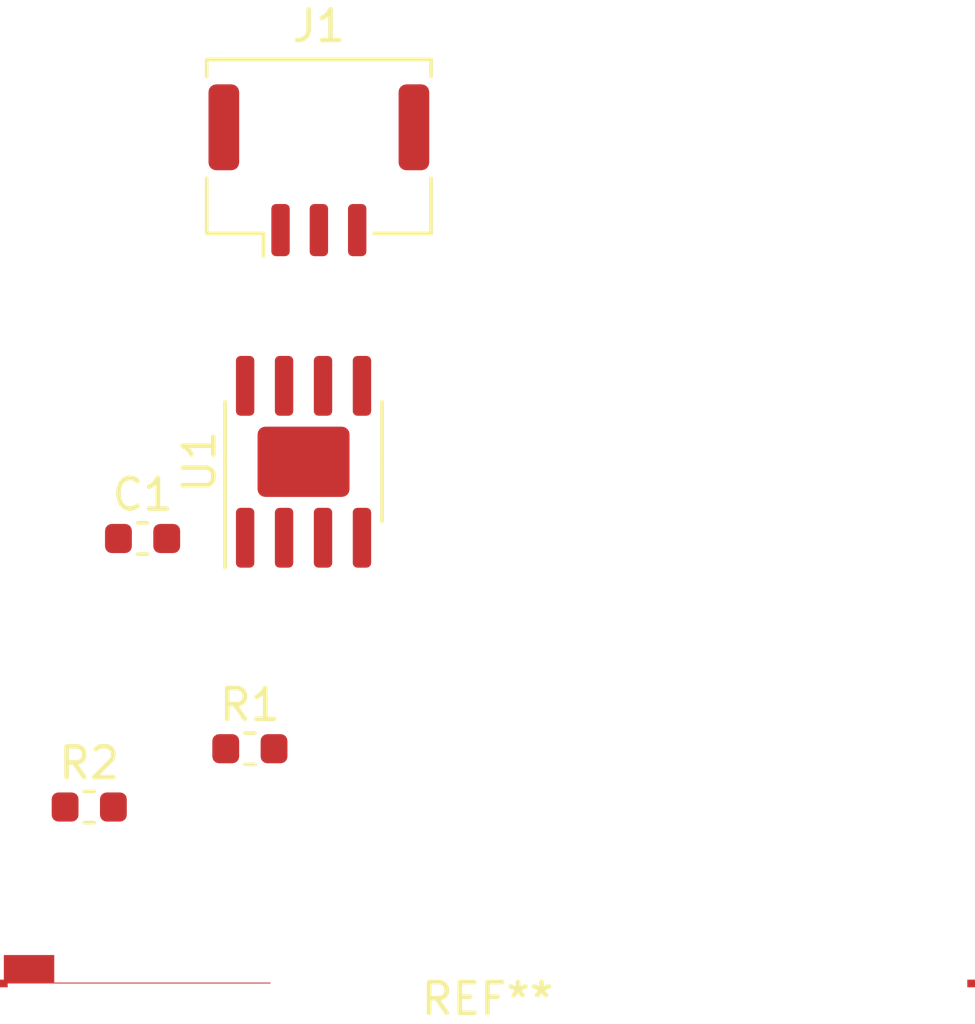
<source format=kicad_pcb>
(kicad_pcb (version 20171130) (host pcbnew 5.1.5-52549c5~86~ubuntu18.04.1)

  (general
    (thickness 1.6)
    (drawings 0)
    (tracks 0)
    (zones 0)
    (modules 6)
    (nets 7)
  )

  (page A4)
  (layers
    (0 F.Cu signal)
    (31 B.Cu signal)
    (32 B.Adhes user)
    (33 F.Adhes user)
    (34 B.Paste user)
    (35 F.Paste user)
    (36 B.SilkS user)
    (37 F.SilkS user)
    (38 B.Mask user)
    (39 F.Mask user)
    (40 Dwgs.User user)
    (41 Cmts.User user)
    (42 Eco1.User user)
    (43 Eco2.User user)
    (44 Edge.Cuts user)
    (45 Margin user)
    (46 B.CrtYd user)
    (47 F.CrtYd user)
    (48 B.Fab user)
    (49 F.Fab user)
  )

  (setup
    (last_trace_width 0.25)
    (trace_clearance 0.2)
    (zone_clearance 0.508)
    (zone_45_only no)
    (trace_min 0.2)
    (via_size 0.8)
    (via_drill 0.4)
    (via_min_size 0.4)
    (via_min_drill 0.3)
    (uvia_size 0.3)
    (uvia_drill 0.1)
    (uvias_allowed no)
    (uvia_min_size 0.2)
    (uvia_min_drill 0.1)
    (edge_width 0.05)
    (segment_width 0.2)
    (pcb_text_width 0.3)
    (pcb_text_size 1.5 1.5)
    (mod_edge_width 0.12)
    (mod_text_size 1 1)
    (mod_text_width 0.15)
    (pad_size 1.524 1.524)
    (pad_drill 0.762)
    (pad_to_mask_clearance 0.051)
    (solder_mask_min_width 0.25)
    (aux_axis_origin 0 0)
    (visible_elements FFFFEF7F)
    (pcbplotparams
      (layerselection 0x010fc_ffffffff)
      (usegerberextensions false)
      (usegerberattributes false)
      (usegerberadvancedattributes false)
      (creategerberjobfile false)
      (excludeedgelayer true)
      (linewidth 0.100000)
      (plotframeref false)
      (viasonmask false)
      (mode 1)
      (useauxorigin false)
      (hpglpennumber 1)
      (hpglpenspeed 20)
      (hpglpendiameter 15.000000)
      (psnegative false)
      (psa4output false)
      (plotreference true)
      (plotvalue true)
      (plotinvisibletext false)
      (padsonsilk false)
      (subtractmaskfromsilk false)
      (outputformat 1)
      (mirror false)
      (drillshape 1)
      (scaleselection 1)
      (outputdirectory ""))
  )

  (net 0 "")
  (net 1 C-)
  (net 2 +3V3)
  (net 3 555_Output)
  (net 4 "Net-(R1-Pad2)")
  (net 5 C+)
  (net 6 "Net-(U1-Pad5)")

  (net_class Default "This is the default net class."
    (clearance 0.2)
    (trace_width 0.25)
    (via_dia 0.8)
    (via_drill 0.4)
    (uvia_dia 0.3)
    (uvia_drill 0.1)
    (add_net +3V3)
    (add_net 555_Output)
    (add_net C+)
    (add_net C-)
    (add_net "Net-(R1-Pad2)")
    (add_net "Net-(U1-Pad5)")
  )

  (module muwave_polygon (layer F.Cu) (tedit 5FA9B3D2) (tstamp 5FA9B3D2)
    (at 155.5 106.75)
    (fp_text reference REF** (at 0 0.5) (layer F.SilkS)
      (effects (font (size 1 1) (thickness 0.15)))
    )
    (fp_text value muwave_polygon (at 0 -0.5) (layer F.Fab)
      (effects (font (size 1 1) (thickness 0.15)))
    )
    (fp_poly (pts (xy -15.775508 0) (xy -15.775508 -0.926503) (xy -14.129797 -0.926503) (xy -14.129797 -0.027803)
      (xy -7.077579 -0.027803) (xy -7.077579 -0.926503) (xy -7.077579 0)) (layer F.Cu) (width 0))
    (pad 2 smd rect (at -15.775508 0) (size 0.25 0.25) (layers F.Cu))
    (pad 1 smd rect (at 15.775508 0) (size 0.25 0.25) (layers F.Cu))
  )

  (module Package_SO:SOIC-8-1EP_3.9x4.9mm_P1.27mm_EP2.29x3mm (layer F.Cu) (tedit 5C56E16F) (tstamp 5FA979FB)
    (at 149.5 89.75 90)
    (descr "SOIC, 8 Pin (https://www.analog.com/media/en/technical-documentation/data-sheets/ada4898-1_4898-2.pdf#page=29), generated with kicad-footprint-generator ipc_gullwing_generator.py")
    (tags "SOIC SO")
    (path /5FA921E9)
    (attr smd)
    (fp_text reference U1 (at 0 -3.4 90) (layer F.SilkS)
      (effects (font (size 1 1) (thickness 0.15)))
    )
    (fp_text value TLC555 (at 0 3.4 90) (layer F.Fab)
      (effects (font (size 1 1) (thickness 0.15)))
    )
    (fp_text user %R (at 0.87 -0.22 180) (layer F.Fab)
      (effects (font (size 0.98 0.98) (thickness 0.15)))
    )
    (fp_line (start 3.7 -2.7) (end -3.7 -2.7) (layer F.CrtYd) (width 0.05))
    (fp_line (start 3.7 2.7) (end 3.7 -2.7) (layer F.CrtYd) (width 0.05))
    (fp_line (start -3.7 2.7) (end 3.7 2.7) (layer F.CrtYd) (width 0.05))
    (fp_line (start -3.7 -2.7) (end -3.7 2.7) (layer F.CrtYd) (width 0.05))
    (fp_line (start -1.95 -1.475) (end -0.975 -2.45) (layer F.Fab) (width 0.1))
    (fp_line (start -1.95 2.45) (end -1.95 -1.475) (layer F.Fab) (width 0.1))
    (fp_line (start 1.95 2.45) (end -1.95 2.45) (layer F.Fab) (width 0.1))
    (fp_line (start 1.95 -2.45) (end 1.95 2.45) (layer F.Fab) (width 0.1))
    (fp_line (start -0.975 -2.45) (end 1.95 -2.45) (layer F.Fab) (width 0.1))
    (fp_line (start 0 -2.56) (end -3.45 -2.56) (layer F.SilkS) (width 0.12))
    (fp_line (start 0 -2.56) (end 1.95 -2.56) (layer F.SilkS) (width 0.12))
    (fp_line (start 0 2.56) (end -1.95 2.56) (layer F.SilkS) (width 0.12))
    (fp_line (start 0 2.56) (end 1.95 2.56) (layer F.SilkS) (width 0.12))
    (pad 8 smd roundrect (at 2.475 -1.905 90) (size 1.95 0.6) (layers F.Cu F.Paste F.Mask) (roundrect_rratio 0.25)
      (net 2 +3V3))
    (pad 7 smd roundrect (at 2.475 -0.635 90) (size 1.95 0.6) (layers F.Cu F.Paste F.Mask) (roundrect_rratio 0.25)
      (net 4 "Net-(R1-Pad2)"))
    (pad 6 smd roundrect (at 2.475 0.635 90) (size 1.95 0.6) (layers F.Cu F.Paste F.Mask) (roundrect_rratio 0.25)
      (net 5 C+))
    (pad 5 smd roundrect (at 2.475 1.905 90) (size 1.95 0.6) (layers F.Cu F.Paste F.Mask) (roundrect_rratio 0.25)
      (net 6 "Net-(U1-Pad5)"))
    (pad 4 smd roundrect (at -2.475 1.905 90) (size 1.95 0.6) (layers F.Cu F.Paste F.Mask) (roundrect_rratio 0.25)
      (net 2 +3V3))
    (pad 3 smd roundrect (at -2.475 0.635 90) (size 1.95 0.6) (layers F.Cu F.Paste F.Mask) (roundrect_rratio 0.25)
      (net 3 555_Output))
    (pad 2 smd roundrect (at -2.475 -0.635 90) (size 1.95 0.6) (layers F.Cu F.Paste F.Mask) (roundrect_rratio 0.25)
      (net 5 C+))
    (pad 1 smd roundrect (at -2.475 -1.905 90) (size 1.95 0.6) (layers F.Cu F.Paste F.Mask) (roundrect_rratio 0.25)
      (net 1 C-))
    (pad "" smd roundrect (at 0.57 0.75 90) (size 0.92 1.21) (layers F.Paste) (roundrect_rratio 0.25))
    (pad "" smd roundrect (at 0.57 -0.75 90) (size 0.92 1.21) (layers F.Paste) (roundrect_rratio 0.25))
    (pad "" smd roundrect (at -0.57 0.75 90) (size 0.92 1.21) (layers F.Paste) (roundrect_rratio 0.25))
    (pad "" smd roundrect (at -0.57 -0.75 90) (size 0.92 1.21) (layers F.Paste) (roundrect_rratio 0.25))
    (pad 9 smd roundrect (at 0 0 90) (size 2.29 3) (layers F.Cu F.Mask) (roundrect_rratio 0.10917))
    (model ${KISYS3DMOD}/Package_SO.3dshapes/SOIC-8-1EP_3.9x4.9mm_P1.27mm_EP2.29x3mm.wrl
      (at (xyz 0 0 0))
      (scale (xyz 1 1 1))
      (rotate (xyz 0 0 0))
    )
  )

  (module Resistor_SMD:R_0603_1608Metric (layer F.Cu) (tedit 5B301BBD) (tstamp 5FA97353)
    (at 142.51 101)
    (descr "Resistor SMD 0603 (1608 Metric), square (rectangular) end terminal, IPC_7351 nominal, (Body size source: http://www.tortai-tech.com/upload/download/2011102023233369053.pdf), generated with kicad-footprint-generator")
    (tags resistor)
    (path /5FAA3E43)
    (attr smd)
    (fp_text reference R2 (at 0 -1.43) (layer F.SilkS)
      (effects (font (size 1 1) (thickness 0.15)))
    )
    (fp_text value R (at 0 1.43) (layer F.Fab)
      (effects (font (size 1 1) (thickness 0.15)))
    )
    (fp_text user %R (at 0 0) (layer F.Fab)
      (effects (font (size 0.4 0.4) (thickness 0.06)))
    )
    (fp_line (start 1.48 0.73) (end -1.48 0.73) (layer F.CrtYd) (width 0.05))
    (fp_line (start 1.48 -0.73) (end 1.48 0.73) (layer F.CrtYd) (width 0.05))
    (fp_line (start -1.48 -0.73) (end 1.48 -0.73) (layer F.CrtYd) (width 0.05))
    (fp_line (start -1.48 0.73) (end -1.48 -0.73) (layer F.CrtYd) (width 0.05))
    (fp_line (start -0.162779 0.51) (end 0.162779 0.51) (layer F.SilkS) (width 0.12))
    (fp_line (start -0.162779 -0.51) (end 0.162779 -0.51) (layer F.SilkS) (width 0.12))
    (fp_line (start 0.8 0.4) (end -0.8 0.4) (layer F.Fab) (width 0.1))
    (fp_line (start 0.8 -0.4) (end 0.8 0.4) (layer F.Fab) (width 0.1))
    (fp_line (start -0.8 -0.4) (end 0.8 -0.4) (layer F.Fab) (width 0.1))
    (fp_line (start -0.8 0.4) (end -0.8 -0.4) (layer F.Fab) (width 0.1))
    (pad 2 smd roundrect (at 0.7875 0) (size 0.875 0.95) (layers F.Cu F.Paste F.Mask) (roundrect_rratio 0.25)
      (net 5 C+))
    (pad 1 smd roundrect (at -0.7875 0) (size 0.875 0.95) (layers F.Cu F.Paste F.Mask) (roundrect_rratio 0.25)
      (net 4 "Net-(R1-Pad2)"))
    (model ${KISYS3DMOD}/Resistor_SMD.3dshapes/R_0603_1608Metric.wrl
      (at (xyz 0 0 0))
      (scale (xyz 1 1 1))
      (rotate (xyz 0 0 0))
    )
  )

  (module Resistor_SMD:R_0603_1608Metric (layer F.Cu) (tedit 5B301BBD) (tstamp 5FA97342)
    (at 147.75 99.1)
    (descr "Resistor SMD 0603 (1608 Metric), square (rectangular) end terminal, IPC_7351 nominal, (Body size source: http://www.tortai-tech.com/upload/download/2011102023233369053.pdf), generated with kicad-footprint-generator")
    (tags resistor)
    (path /5FA9575E)
    (attr smd)
    (fp_text reference R1 (at 0 -1.43) (layer F.SilkS)
      (effects (font (size 1 1) (thickness 0.15)))
    )
    (fp_text value R (at 0 1.43) (layer F.Fab)
      (effects (font (size 1 1) (thickness 0.15)))
    )
    (fp_text user %R (at 0 0) (layer F.Fab)
      (effects (font (size 0.4 0.4) (thickness 0.06)))
    )
    (fp_line (start 1.48 0.73) (end -1.48 0.73) (layer F.CrtYd) (width 0.05))
    (fp_line (start 1.48 -0.73) (end 1.48 0.73) (layer F.CrtYd) (width 0.05))
    (fp_line (start -1.48 -0.73) (end 1.48 -0.73) (layer F.CrtYd) (width 0.05))
    (fp_line (start -1.48 0.73) (end -1.48 -0.73) (layer F.CrtYd) (width 0.05))
    (fp_line (start -0.162779 0.51) (end 0.162779 0.51) (layer F.SilkS) (width 0.12))
    (fp_line (start -0.162779 -0.51) (end 0.162779 -0.51) (layer F.SilkS) (width 0.12))
    (fp_line (start 0.8 0.4) (end -0.8 0.4) (layer F.Fab) (width 0.1))
    (fp_line (start 0.8 -0.4) (end 0.8 0.4) (layer F.Fab) (width 0.1))
    (fp_line (start -0.8 -0.4) (end 0.8 -0.4) (layer F.Fab) (width 0.1))
    (fp_line (start -0.8 0.4) (end -0.8 -0.4) (layer F.Fab) (width 0.1))
    (pad 2 smd roundrect (at 0.7875 0) (size 0.875 0.95) (layers F.Cu F.Paste F.Mask) (roundrect_rratio 0.25)
      (net 4 "Net-(R1-Pad2)"))
    (pad 1 smd roundrect (at -0.7875 0) (size 0.875 0.95) (layers F.Cu F.Paste F.Mask) (roundrect_rratio 0.25)
      (net 2 +3V3))
    (model ${KISYS3DMOD}/Resistor_SMD.3dshapes/R_0603_1608Metric.wrl
      (at (xyz 0 0 0))
      (scale (xyz 1 1 1))
      (rotate (xyz 0 0 0))
    )
  )

  (module Connector_Molex:Molex_CLIK-Mate_502382-0370_1x03-1MP_P1.25mm_Vertical (layer F.Cu) (tedit 5B78AD89) (tstamp 5FA97331)
    (at 150 80.25)
    (descr "Molex CLIK-Mate series connector, 502382-0370 (http://www.molex.com/pdm_docs/sd/5023820270_sd.pdf), generated with kicad-footprint-generator")
    (tags "connector Molex CLIK-Mate side entry")
    (path /5FAC5899)
    (attr smd)
    (fp_text reference J1 (at 0 -4.7) (layer F.SilkS)
      (effects (font (size 1 1) (thickness 0.15)))
    )
    (fp_text value Conn_01x03 (at 0 4) (layer F.Fab)
      (effects (font (size 1 1) (thickness 0.15)))
    )
    (fp_text user %R (at 0 -0.77) (layer F.Fab)
      (effects (font (size 1 1) (thickness 0.15)))
    )
    (fp_line (start -1.25 1.242893) (end -0.75 1.95) (layer F.Fab) (width 0.1))
    (fp_line (start -1.75 1.95) (end -1.25 1.242893) (layer F.Fab) (width 0.1))
    (fp_line (start 4.1 -4) (end -4.1 -4) (layer F.CrtYd) (width 0.05))
    (fp_line (start 4.1 3.3) (end 4.1 -4) (layer F.CrtYd) (width 0.05))
    (fp_line (start -4.1 3.3) (end 4.1 3.3) (layer F.CrtYd) (width 0.05))
    (fp_line (start -4.1 -4) (end -4.1 3.3) (layer F.CrtYd) (width 0.05))
    (fp_line (start 3.55 1.95) (end 3.55 -3.5) (layer F.Fab) (width 0.1))
    (fp_line (start -3.55 1.95) (end -3.55 -3.5) (layer F.Fab) (width 0.1))
    (fp_line (start -3.55 -3.5) (end 3.55 -3.5) (layer F.Fab) (width 0.1))
    (fp_line (start 3.66 -3.61) (end 3.66 -3.06) (layer F.SilkS) (width 0.12))
    (fp_line (start -3.66 -3.61) (end 3.66 -3.61) (layer F.SilkS) (width 0.12))
    (fp_line (start -3.66 -3.06) (end -3.66 -3.61) (layer F.SilkS) (width 0.12))
    (fp_line (start 3.66 2.06) (end 1.81 2.06) (layer F.SilkS) (width 0.12))
    (fp_line (start 3.66 0.26) (end 3.66 2.06) (layer F.SilkS) (width 0.12))
    (fp_line (start -1.81 2.06) (end -1.81 2.8) (layer F.SilkS) (width 0.12))
    (fp_line (start -3.66 2.06) (end -1.81 2.06) (layer F.SilkS) (width 0.12))
    (fp_line (start -3.66 0.26) (end -3.66 2.06) (layer F.SilkS) (width 0.12))
    (fp_line (start -3.55 1.95) (end 3.55 1.95) (layer F.Fab) (width 0.1))
    (pad MP smd roundrect (at 3.1 -1.4) (size 1 2.8) (layers F.Cu F.Paste F.Mask) (roundrect_rratio 0.25))
    (pad MP smd roundrect (at -3.1 -1.4) (size 1 2.8) (layers F.Cu F.Paste F.Mask) (roundrect_rratio 0.25))
    (pad 3 smd roundrect (at 1.25 1.95) (size 0.6 1.7) (layers F.Cu F.Paste F.Mask) (roundrect_rratio 0.25)
      (net 3 555_Output))
    (pad 2 smd roundrect (at 0 1.95) (size 0.6 1.7) (layers F.Cu F.Paste F.Mask) (roundrect_rratio 0.25)
      (net 1 C-))
    (pad 1 smd roundrect (at -1.25 1.95) (size 0.6 1.7) (layers F.Cu F.Paste F.Mask) (roundrect_rratio 0.25)
      (net 2 +3V3))
    (model ${KISYS3DMOD}/Connector_Molex.3dshapes/Molex_CLIK-Mate_502382-0370_1x03-1MP_P1.25mm_Vertical.wrl
      (at (xyz 0 0 0))
      (scale (xyz 1 1 1))
      (rotate (xyz 0 0 0))
    )
  )

  (module Capacitor_SMD:C_0603_1608Metric (layer F.Cu) (tedit 5B301BBE) (tstamp 5FA97315)
    (at 144.25 92.25)
    (descr "Capacitor SMD 0603 (1608 Metric), square (rectangular) end terminal, IPC_7351 nominal, (Body size source: http://www.tortai-tech.com/upload/download/2011102023233369053.pdf), generated with kicad-footprint-generator")
    (tags capacitor)
    (path /5FAAB15B)
    (attr smd)
    (fp_text reference C1 (at 0 -1.43) (layer F.SilkS)
      (effects (font (size 1 1) (thickness 0.15)))
    )
    (fp_text value C (at 0 1.43) (layer F.Fab)
      (effects (font (size 1 1) (thickness 0.15)))
    )
    (fp_text user %R (at 0 0) (layer F.Fab)
      (effects (font (size 0.4 0.4) (thickness 0.06)))
    )
    (fp_line (start 1.48 0.73) (end -1.48 0.73) (layer F.CrtYd) (width 0.05))
    (fp_line (start 1.48 -0.73) (end 1.48 0.73) (layer F.CrtYd) (width 0.05))
    (fp_line (start -1.48 -0.73) (end 1.48 -0.73) (layer F.CrtYd) (width 0.05))
    (fp_line (start -1.48 0.73) (end -1.48 -0.73) (layer F.CrtYd) (width 0.05))
    (fp_line (start -0.162779 0.51) (end 0.162779 0.51) (layer F.SilkS) (width 0.12))
    (fp_line (start -0.162779 -0.51) (end 0.162779 -0.51) (layer F.SilkS) (width 0.12))
    (fp_line (start 0.8 0.4) (end -0.8 0.4) (layer F.Fab) (width 0.1))
    (fp_line (start 0.8 -0.4) (end 0.8 0.4) (layer F.Fab) (width 0.1))
    (fp_line (start -0.8 -0.4) (end 0.8 -0.4) (layer F.Fab) (width 0.1))
    (fp_line (start -0.8 0.4) (end -0.8 -0.4) (layer F.Fab) (width 0.1))
    (pad 2 smd roundrect (at 0.7875 0) (size 0.875 0.95) (layers F.Cu F.Paste F.Mask) (roundrect_rratio 0.25)
      (net 1 C-))
    (pad 1 smd roundrect (at -0.7875 0) (size 0.875 0.95) (layers F.Cu F.Paste F.Mask) (roundrect_rratio 0.25)
      (net 2 +3V3))
    (model ${KISYS3DMOD}/Capacitor_SMD.3dshapes/C_0603_1608Metric.wrl
      (at (xyz 0 0 0))
      (scale (xyz 1 1 1))
      (rotate (xyz 0 0 0))
    )
  )

)

</source>
